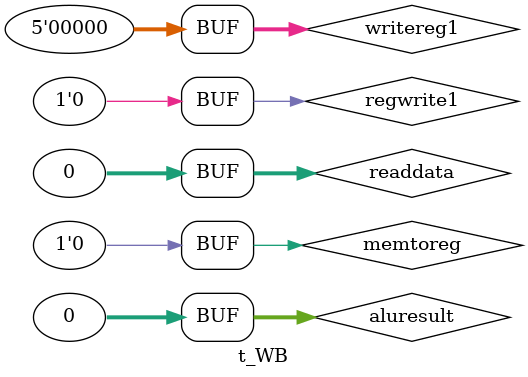
<source format=v>
`timescale 1ns / 1ps


module t_WB;

    // Inputs
    reg [31:0] readdata, aluresult;
    reg [4:0] writereg1;
    reg memtoreg, regwrite1;

    // Outputs
    wire [31:0] result;
    wire [4:0] writereg2;
    wire regwrite2;

    // Intantiate the Unit Under Test
    writeback uut(
        .ResultW( result ),
        .WriteRegW2( writereg2 ),
        .RegWriteW2( regwrite2 ),
        .ReadDataW( readdata ),
        .ALUResultW( aluresult ),
        .WriteRegW1( writereg1 ),
        .MemToRegW( memtoreg ),
        .RegWriteW1( regwrite1 )
    );

    initial begin

        // Initialse inputs
        readdata = 0; aluresult = 0; writereg1 = 0; memtoreg = 0; regwrite1 = 0;

        #100; // Wait 100ns for global resets

        // Test MemToReg
        aluresult = 32'hAAAAAAAA; readdata = 32'hFFFFFFFF; writereg1 = 5'b01000; memtoreg = 0; // expected output: result = 32'hAAAAAAAA;
        #20 writereg1 = 5'b01001; memtoreg = 1; // expected output: result = 32'hFFFFFFFF;
        #20 aluresult = 32'h00000000; readdata = 32'h00000000; writereg1 = 5'b00000; memtoreg = 0; // reset

        // Test follow-through signals
        #20 regwrite1 = 1;
        #20 regwrite1 = 0; // reset

    end
endmodule

</source>
